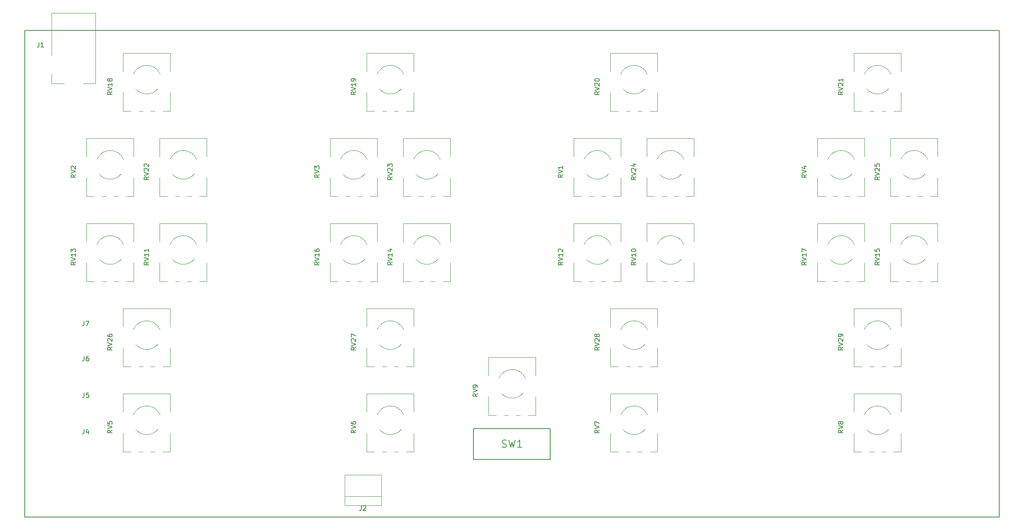
<source format=gbr>
%TF.GenerationSoftware,KiCad,Pcbnew,4.0.7*%
%TF.CreationDate,2019-01-17T01:04:15-05:00*%
%TF.ProjectId,synth_psoc,73796E74685F70736F632E6B69636164,rev?*%
%TF.FileFunction,Legend,Top*%
%FSLAX46Y46*%
G04 Gerber Fmt 4.6, Leading zero omitted, Abs format (unit mm)*
G04 Created by KiCad (PCBNEW 4.0.7) date 01/17/19 01:04:15*
%MOMM*%
%LPD*%
G01*
G04 APERTURE LIST*
%ADD10C,0.150000*%
%ADD11C,0.120000*%
%ADD12C,0.127000*%
G04 APERTURE END LIST*
D10*
X203200000Y0D02*
X101600000Y0D01*
X203200000Y-101600000D02*
X203200000Y0D01*
X101600000Y-101600000D02*
X203200000Y-101600000D01*
X101600000Y0D02*
X0Y0D01*
X0Y-101600000D02*
X101600000Y-101600000D01*
X0Y0D02*
X0Y-101600000D01*
D11*
X5560000Y-5160000D02*
X5560000Y3640000D01*
X5560000Y3640000D02*
X14760000Y3640000D01*
X8260000Y-11060000D02*
X5560000Y-11060000D01*
X5560000Y-11060000D02*
X5560000Y-9160000D01*
X14760000Y3640000D02*
X14760000Y-11060000D01*
X14760000Y-11060000D02*
X12160000Y-11060000D01*
X74350000Y-99170000D02*
X74350000Y-92830000D01*
X66730000Y-99170000D02*
X66730000Y-92830000D01*
X66730000Y-97270000D02*
X74350000Y-97270000D01*
X74350000Y-99170000D02*
X66730000Y-99170000D01*
X66730000Y-92830000D02*
X74350000Y-92830000D01*
X116657568Y-26888018D02*
G75*
G02X122182000Y-26887000I2762432J-1171982D01*
G01*
X121717753Y-29988295D02*
G75*
G02X117122000Y-29988000I-2297753J1928295D01*
G01*
X114510000Y-34620000D02*
X114510000Y-30754000D01*
X114510000Y-26365000D02*
X114510000Y-22500000D01*
X124330000Y-34620000D02*
X124330000Y-30754000D01*
X124330000Y-26365000D02*
X124330000Y-22500000D01*
X114510000Y-34620000D02*
X116095000Y-34620000D01*
X117745000Y-34620000D02*
X118595000Y-34620000D01*
X120245000Y-34620000D02*
X121095000Y-34620000D01*
X122745000Y-34620000D02*
X124330000Y-34620000D01*
X114510000Y-22500000D02*
X124330000Y-22500000D01*
X15057568Y-26888018D02*
G75*
G02X20582000Y-26887000I2762432J-1171982D01*
G01*
X20117753Y-29988295D02*
G75*
G02X15522000Y-29988000I-2297753J1928295D01*
G01*
X12910000Y-34620000D02*
X12910000Y-30754000D01*
X12910000Y-26365000D02*
X12910000Y-22500000D01*
X22730000Y-34620000D02*
X22730000Y-30754000D01*
X22730000Y-26365000D02*
X22730000Y-22500000D01*
X12910000Y-34620000D02*
X14495000Y-34620000D01*
X16145000Y-34620000D02*
X16995000Y-34620000D01*
X18645000Y-34620000D02*
X19495000Y-34620000D01*
X21145000Y-34620000D02*
X22730000Y-34620000D01*
X12910000Y-22500000D02*
X22730000Y-22500000D01*
X65857568Y-26888018D02*
G75*
G02X71382000Y-26887000I2762432J-1171982D01*
G01*
X70917753Y-29988295D02*
G75*
G02X66322000Y-29988000I-2297753J1928295D01*
G01*
X63710000Y-34620000D02*
X63710000Y-30754000D01*
X63710000Y-26365000D02*
X63710000Y-22500000D01*
X73530000Y-34620000D02*
X73530000Y-30754000D01*
X73530000Y-26365000D02*
X73530000Y-22500000D01*
X63710000Y-34620000D02*
X65295000Y-34620000D01*
X66945000Y-34620000D02*
X67795000Y-34620000D01*
X69445000Y-34620000D02*
X70295000Y-34620000D01*
X71945000Y-34620000D02*
X73530000Y-34620000D01*
X63710000Y-22500000D02*
X73530000Y-22500000D01*
X167457568Y-26888018D02*
G75*
G02X172982000Y-26887000I2762432J-1171982D01*
G01*
X172517753Y-29988295D02*
G75*
G02X167922000Y-29988000I-2297753J1928295D01*
G01*
X165310000Y-34620000D02*
X165310000Y-30754000D01*
X165310000Y-26365000D02*
X165310000Y-22500000D01*
X175130000Y-34620000D02*
X175130000Y-30754000D01*
X175130000Y-26365000D02*
X175130000Y-22500000D01*
X165310000Y-34620000D02*
X166895000Y-34620000D01*
X168545000Y-34620000D02*
X169395000Y-34620000D01*
X171045000Y-34620000D02*
X171895000Y-34620000D01*
X173545000Y-34620000D02*
X175130000Y-34620000D01*
X165310000Y-22500000D02*
X175130000Y-22500000D01*
X22677568Y-80228018D02*
G75*
G02X28202000Y-80227000I2762432J-1171982D01*
G01*
X27737753Y-83328295D02*
G75*
G02X23142000Y-83328000I-2297753J1928295D01*
G01*
X20530000Y-87960000D02*
X20530000Y-84094000D01*
X20530000Y-79705000D02*
X20530000Y-75840000D01*
X30350000Y-87960000D02*
X30350000Y-84094000D01*
X30350000Y-79705000D02*
X30350000Y-75840000D01*
X20530000Y-87960000D02*
X22115000Y-87960000D01*
X23765000Y-87960000D02*
X24615000Y-87960000D01*
X26265000Y-87960000D02*
X27115000Y-87960000D01*
X28765000Y-87960000D02*
X30350000Y-87960000D01*
X20530000Y-75840000D02*
X30350000Y-75840000D01*
X73477568Y-80228018D02*
G75*
G02X79002000Y-80227000I2762432J-1171982D01*
G01*
X78537753Y-83328295D02*
G75*
G02X73942000Y-83328000I-2297753J1928295D01*
G01*
X71330000Y-87960000D02*
X71330000Y-84094000D01*
X71330000Y-79705000D02*
X71330000Y-75840000D01*
X81150000Y-87960000D02*
X81150000Y-84094000D01*
X81150000Y-79705000D02*
X81150000Y-75840000D01*
X71330000Y-87960000D02*
X72915000Y-87960000D01*
X74565000Y-87960000D02*
X75415000Y-87960000D01*
X77065000Y-87960000D02*
X77915000Y-87960000D01*
X79565000Y-87960000D02*
X81150000Y-87960000D01*
X71330000Y-75840000D02*
X81150000Y-75840000D01*
X124277568Y-80228018D02*
G75*
G02X129802000Y-80227000I2762432J-1171982D01*
G01*
X129337753Y-83328295D02*
G75*
G02X124742000Y-83328000I-2297753J1928295D01*
G01*
X122130000Y-87960000D02*
X122130000Y-84094000D01*
X122130000Y-79705000D02*
X122130000Y-75840000D01*
X131950000Y-87960000D02*
X131950000Y-84094000D01*
X131950000Y-79705000D02*
X131950000Y-75840000D01*
X122130000Y-87960000D02*
X123715000Y-87960000D01*
X125365000Y-87960000D02*
X126215000Y-87960000D01*
X127865000Y-87960000D02*
X128715000Y-87960000D01*
X130365000Y-87960000D02*
X131950000Y-87960000D01*
X122130000Y-75840000D02*
X131950000Y-75840000D01*
X175077568Y-80228018D02*
G75*
G02X180602000Y-80227000I2762432J-1171982D01*
G01*
X180137753Y-83328295D02*
G75*
G02X175542000Y-83328000I-2297753J1928295D01*
G01*
X172930000Y-87960000D02*
X172930000Y-84094000D01*
X172930000Y-79705000D02*
X172930000Y-75840000D01*
X182750000Y-87960000D02*
X182750000Y-84094000D01*
X182750000Y-79705000D02*
X182750000Y-75840000D01*
X172930000Y-87960000D02*
X174515000Y-87960000D01*
X176165000Y-87960000D02*
X177015000Y-87960000D01*
X178665000Y-87960000D02*
X179515000Y-87960000D01*
X181165000Y-87960000D02*
X182750000Y-87960000D01*
X172930000Y-75840000D02*
X182750000Y-75840000D01*
X98877568Y-72608018D02*
G75*
G02X104402000Y-72607000I2762432J-1171982D01*
G01*
X103937753Y-75708295D02*
G75*
G02X99342000Y-75708000I-2297753J1928295D01*
G01*
X96730000Y-80340000D02*
X96730000Y-76474000D01*
X96730000Y-72085000D02*
X96730000Y-68220000D01*
X106550000Y-80340000D02*
X106550000Y-76474000D01*
X106550000Y-72085000D02*
X106550000Y-68220000D01*
X96730000Y-80340000D02*
X98315000Y-80340000D01*
X99965000Y-80340000D02*
X100815000Y-80340000D01*
X102465000Y-80340000D02*
X103315000Y-80340000D01*
X104965000Y-80340000D02*
X106550000Y-80340000D01*
X96730000Y-68220000D02*
X106550000Y-68220000D01*
X131897568Y-44668018D02*
G75*
G02X137422000Y-44667000I2762432J-1171982D01*
G01*
X136957753Y-47768295D02*
G75*
G02X132362000Y-47768000I-2297753J1928295D01*
G01*
X129750000Y-52400000D02*
X129750000Y-48534000D01*
X129750000Y-44145000D02*
X129750000Y-40280000D01*
X139570000Y-52400000D02*
X139570000Y-48534000D01*
X139570000Y-44145000D02*
X139570000Y-40280000D01*
X129750000Y-52400000D02*
X131335000Y-52400000D01*
X132985000Y-52400000D02*
X133835000Y-52400000D01*
X135485000Y-52400000D02*
X136335000Y-52400000D01*
X137985000Y-52400000D02*
X139570000Y-52400000D01*
X129750000Y-40280000D02*
X139570000Y-40280000D01*
X30297568Y-44668018D02*
G75*
G02X35822000Y-44667000I2762432J-1171982D01*
G01*
X35357753Y-47768295D02*
G75*
G02X30762000Y-47768000I-2297753J1928295D01*
G01*
X28150000Y-52400000D02*
X28150000Y-48534000D01*
X28150000Y-44145000D02*
X28150000Y-40280000D01*
X37970000Y-52400000D02*
X37970000Y-48534000D01*
X37970000Y-44145000D02*
X37970000Y-40280000D01*
X28150000Y-52400000D02*
X29735000Y-52400000D01*
X31385000Y-52400000D02*
X32235000Y-52400000D01*
X33885000Y-52400000D02*
X34735000Y-52400000D01*
X36385000Y-52400000D02*
X37970000Y-52400000D01*
X28150000Y-40280000D02*
X37970000Y-40280000D01*
X116657568Y-44668018D02*
G75*
G02X122182000Y-44667000I2762432J-1171982D01*
G01*
X121717753Y-47768295D02*
G75*
G02X117122000Y-47768000I-2297753J1928295D01*
G01*
X114510000Y-52400000D02*
X114510000Y-48534000D01*
X114510000Y-44145000D02*
X114510000Y-40280000D01*
X124330000Y-52400000D02*
X124330000Y-48534000D01*
X124330000Y-44145000D02*
X124330000Y-40280000D01*
X114510000Y-52400000D02*
X116095000Y-52400000D01*
X117745000Y-52400000D02*
X118595000Y-52400000D01*
X120245000Y-52400000D02*
X121095000Y-52400000D01*
X122745000Y-52400000D02*
X124330000Y-52400000D01*
X114510000Y-40280000D02*
X124330000Y-40280000D01*
X15057568Y-44668018D02*
G75*
G02X20582000Y-44667000I2762432J-1171982D01*
G01*
X20117753Y-47768295D02*
G75*
G02X15522000Y-47768000I-2297753J1928295D01*
G01*
X12910000Y-52400000D02*
X12910000Y-48534000D01*
X12910000Y-44145000D02*
X12910000Y-40280000D01*
X22730000Y-52400000D02*
X22730000Y-48534000D01*
X22730000Y-44145000D02*
X22730000Y-40280000D01*
X12910000Y-52400000D02*
X14495000Y-52400000D01*
X16145000Y-52400000D02*
X16995000Y-52400000D01*
X18645000Y-52400000D02*
X19495000Y-52400000D01*
X21145000Y-52400000D02*
X22730000Y-52400000D01*
X12910000Y-40280000D02*
X22730000Y-40280000D01*
X81097568Y-44668018D02*
G75*
G02X86622000Y-44667000I2762432J-1171982D01*
G01*
X86157753Y-47768295D02*
G75*
G02X81562000Y-47768000I-2297753J1928295D01*
G01*
X78950000Y-52400000D02*
X78950000Y-48534000D01*
X78950000Y-44145000D02*
X78950000Y-40280000D01*
X88770000Y-52400000D02*
X88770000Y-48534000D01*
X88770000Y-44145000D02*
X88770000Y-40280000D01*
X78950000Y-52400000D02*
X80535000Y-52400000D01*
X82185000Y-52400000D02*
X83035000Y-52400000D01*
X84685000Y-52400000D02*
X85535000Y-52400000D01*
X87185000Y-52400000D02*
X88770000Y-52400000D01*
X78950000Y-40280000D02*
X88770000Y-40280000D01*
X182697568Y-44668018D02*
G75*
G02X188222000Y-44667000I2762432J-1171982D01*
G01*
X187757753Y-47768295D02*
G75*
G02X183162000Y-47768000I-2297753J1928295D01*
G01*
X180550000Y-52400000D02*
X180550000Y-48534000D01*
X180550000Y-44145000D02*
X180550000Y-40280000D01*
X190370000Y-52400000D02*
X190370000Y-48534000D01*
X190370000Y-44145000D02*
X190370000Y-40280000D01*
X180550000Y-52400000D02*
X182135000Y-52400000D01*
X183785000Y-52400000D02*
X184635000Y-52400000D01*
X186285000Y-52400000D02*
X187135000Y-52400000D01*
X188785000Y-52400000D02*
X190370000Y-52400000D01*
X180550000Y-40280000D02*
X190370000Y-40280000D01*
X65857568Y-44668018D02*
G75*
G02X71382000Y-44667000I2762432J-1171982D01*
G01*
X70917753Y-47768295D02*
G75*
G02X66322000Y-47768000I-2297753J1928295D01*
G01*
X63710000Y-52400000D02*
X63710000Y-48534000D01*
X63710000Y-44145000D02*
X63710000Y-40280000D01*
X73530000Y-52400000D02*
X73530000Y-48534000D01*
X73530000Y-44145000D02*
X73530000Y-40280000D01*
X63710000Y-52400000D02*
X65295000Y-52400000D01*
X66945000Y-52400000D02*
X67795000Y-52400000D01*
X69445000Y-52400000D02*
X70295000Y-52400000D01*
X71945000Y-52400000D02*
X73530000Y-52400000D01*
X63710000Y-40280000D02*
X73530000Y-40280000D01*
X167457568Y-44668018D02*
G75*
G02X172982000Y-44667000I2762432J-1171982D01*
G01*
X172517753Y-47768295D02*
G75*
G02X167922000Y-47768000I-2297753J1928295D01*
G01*
X165310000Y-52400000D02*
X165310000Y-48534000D01*
X165310000Y-44145000D02*
X165310000Y-40280000D01*
X175130000Y-52400000D02*
X175130000Y-48534000D01*
X175130000Y-44145000D02*
X175130000Y-40280000D01*
X165310000Y-52400000D02*
X166895000Y-52400000D01*
X168545000Y-52400000D02*
X169395000Y-52400000D01*
X171045000Y-52400000D02*
X171895000Y-52400000D01*
X173545000Y-52400000D02*
X175130000Y-52400000D01*
X165310000Y-40280000D02*
X175130000Y-40280000D01*
X22677568Y-9108018D02*
G75*
G02X28202000Y-9107000I2762432J-1171982D01*
G01*
X27737753Y-12208295D02*
G75*
G02X23142000Y-12208000I-2297753J1928295D01*
G01*
X20530000Y-16840000D02*
X20530000Y-12974000D01*
X20530000Y-8585000D02*
X20530000Y-4720000D01*
X30350000Y-16840000D02*
X30350000Y-12974000D01*
X30350000Y-8585000D02*
X30350000Y-4720000D01*
X20530000Y-16840000D02*
X22115000Y-16840000D01*
X23765000Y-16840000D02*
X24615000Y-16840000D01*
X26265000Y-16840000D02*
X27115000Y-16840000D01*
X28765000Y-16840000D02*
X30350000Y-16840000D01*
X20530000Y-4720000D02*
X30350000Y-4720000D01*
X73477568Y-9108018D02*
G75*
G02X79002000Y-9107000I2762432J-1171982D01*
G01*
X78537753Y-12208295D02*
G75*
G02X73942000Y-12208000I-2297753J1928295D01*
G01*
X71330000Y-16840000D02*
X71330000Y-12974000D01*
X71330000Y-8585000D02*
X71330000Y-4720000D01*
X81150000Y-16840000D02*
X81150000Y-12974000D01*
X81150000Y-8585000D02*
X81150000Y-4720000D01*
X71330000Y-16840000D02*
X72915000Y-16840000D01*
X74565000Y-16840000D02*
X75415000Y-16840000D01*
X77065000Y-16840000D02*
X77915000Y-16840000D01*
X79565000Y-16840000D02*
X81150000Y-16840000D01*
X71330000Y-4720000D02*
X81150000Y-4720000D01*
X124277568Y-9108018D02*
G75*
G02X129802000Y-9107000I2762432J-1171982D01*
G01*
X129337753Y-12208295D02*
G75*
G02X124742000Y-12208000I-2297753J1928295D01*
G01*
X122130000Y-16840000D02*
X122130000Y-12974000D01*
X122130000Y-8585000D02*
X122130000Y-4720000D01*
X131950000Y-16840000D02*
X131950000Y-12974000D01*
X131950000Y-8585000D02*
X131950000Y-4720000D01*
X122130000Y-16840000D02*
X123715000Y-16840000D01*
X125365000Y-16840000D02*
X126215000Y-16840000D01*
X127865000Y-16840000D02*
X128715000Y-16840000D01*
X130365000Y-16840000D02*
X131950000Y-16840000D01*
X122130000Y-4720000D02*
X131950000Y-4720000D01*
X175077568Y-9108018D02*
G75*
G02X180602000Y-9107000I2762432J-1171982D01*
G01*
X180137753Y-12208295D02*
G75*
G02X175542000Y-12208000I-2297753J1928295D01*
G01*
X172930000Y-16840000D02*
X172930000Y-12974000D01*
X172930000Y-8585000D02*
X172930000Y-4720000D01*
X182750000Y-16840000D02*
X182750000Y-12974000D01*
X182750000Y-8585000D02*
X182750000Y-4720000D01*
X172930000Y-16840000D02*
X174515000Y-16840000D01*
X176165000Y-16840000D02*
X177015000Y-16840000D01*
X178665000Y-16840000D02*
X179515000Y-16840000D01*
X181165000Y-16840000D02*
X182750000Y-16840000D01*
X172930000Y-4720000D02*
X182750000Y-4720000D01*
X30297568Y-26888018D02*
G75*
G02X35822000Y-26887000I2762432J-1171982D01*
G01*
X35357753Y-29988295D02*
G75*
G02X30762000Y-29988000I-2297753J1928295D01*
G01*
X28150000Y-34620000D02*
X28150000Y-30754000D01*
X28150000Y-26365000D02*
X28150000Y-22500000D01*
X37970000Y-34620000D02*
X37970000Y-30754000D01*
X37970000Y-26365000D02*
X37970000Y-22500000D01*
X28150000Y-34620000D02*
X29735000Y-34620000D01*
X31385000Y-34620000D02*
X32235000Y-34620000D01*
X33885000Y-34620000D02*
X34735000Y-34620000D01*
X36385000Y-34620000D02*
X37970000Y-34620000D01*
X28150000Y-22500000D02*
X37970000Y-22500000D01*
X81097568Y-26888018D02*
G75*
G02X86622000Y-26887000I2762432J-1171982D01*
G01*
X86157753Y-29988295D02*
G75*
G02X81562000Y-29988000I-2297753J1928295D01*
G01*
X78950000Y-34620000D02*
X78950000Y-30754000D01*
X78950000Y-26365000D02*
X78950000Y-22500000D01*
X88770000Y-34620000D02*
X88770000Y-30754000D01*
X88770000Y-26365000D02*
X88770000Y-22500000D01*
X78950000Y-34620000D02*
X80535000Y-34620000D01*
X82185000Y-34620000D02*
X83035000Y-34620000D01*
X84685000Y-34620000D02*
X85535000Y-34620000D01*
X87185000Y-34620000D02*
X88770000Y-34620000D01*
X78950000Y-22500000D02*
X88770000Y-22500000D01*
X131897568Y-26888018D02*
G75*
G02X137422000Y-26887000I2762432J-1171982D01*
G01*
X136957753Y-29988295D02*
G75*
G02X132362000Y-29988000I-2297753J1928295D01*
G01*
X129750000Y-34620000D02*
X129750000Y-30754000D01*
X129750000Y-26365000D02*
X129750000Y-22500000D01*
X139570000Y-34620000D02*
X139570000Y-30754000D01*
X139570000Y-26365000D02*
X139570000Y-22500000D01*
X129750000Y-34620000D02*
X131335000Y-34620000D01*
X132985000Y-34620000D02*
X133835000Y-34620000D01*
X135485000Y-34620000D02*
X136335000Y-34620000D01*
X137985000Y-34620000D02*
X139570000Y-34620000D01*
X129750000Y-22500000D02*
X139570000Y-22500000D01*
X182697568Y-26888018D02*
G75*
G02X188222000Y-26887000I2762432J-1171982D01*
G01*
X187757753Y-29988295D02*
G75*
G02X183162000Y-29988000I-2297753J1928295D01*
G01*
X180550000Y-34620000D02*
X180550000Y-30754000D01*
X180550000Y-26365000D02*
X180550000Y-22500000D01*
X190370000Y-34620000D02*
X190370000Y-30754000D01*
X190370000Y-26365000D02*
X190370000Y-22500000D01*
X180550000Y-34620000D02*
X182135000Y-34620000D01*
X183785000Y-34620000D02*
X184635000Y-34620000D01*
X186285000Y-34620000D02*
X187135000Y-34620000D01*
X188785000Y-34620000D02*
X190370000Y-34620000D01*
X180550000Y-22500000D02*
X190370000Y-22500000D01*
X22677568Y-62448018D02*
G75*
G02X28202000Y-62447000I2762432J-1171982D01*
G01*
X27737753Y-65548295D02*
G75*
G02X23142000Y-65548000I-2297753J1928295D01*
G01*
X20530000Y-70180000D02*
X20530000Y-66314000D01*
X20530000Y-61925000D02*
X20530000Y-58060000D01*
X30350000Y-70180000D02*
X30350000Y-66314000D01*
X30350000Y-61925000D02*
X30350000Y-58060000D01*
X20530000Y-70180000D02*
X22115000Y-70180000D01*
X23765000Y-70180000D02*
X24615000Y-70180000D01*
X26265000Y-70180000D02*
X27115000Y-70180000D01*
X28765000Y-70180000D02*
X30350000Y-70180000D01*
X20530000Y-58060000D02*
X30350000Y-58060000D01*
X73477568Y-62448018D02*
G75*
G02X79002000Y-62447000I2762432J-1171982D01*
G01*
X78537753Y-65548295D02*
G75*
G02X73942000Y-65548000I-2297753J1928295D01*
G01*
X71330000Y-70180000D02*
X71330000Y-66314000D01*
X71330000Y-61925000D02*
X71330000Y-58060000D01*
X81150000Y-70180000D02*
X81150000Y-66314000D01*
X81150000Y-61925000D02*
X81150000Y-58060000D01*
X71330000Y-70180000D02*
X72915000Y-70180000D01*
X74565000Y-70180000D02*
X75415000Y-70180000D01*
X77065000Y-70180000D02*
X77915000Y-70180000D01*
X79565000Y-70180000D02*
X81150000Y-70180000D01*
X71330000Y-58060000D02*
X81150000Y-58060000D01*
X124277568Y-62448018D02*
G75*
G02X129802000Y-62447000I2762432J-1171982D01*
G01*
X129337753Y-65548295D02*
G75*
G02X124742000Y-65548000I-2297753J1928295D01*
G01*
X122130000Y-70180000D02*
X122130000Y-66314000D01*
X122130000Y-61925000D02*
X122130000Y-58060000D01*
X131950000Y-70180000D02*
X131950000Y-66314000D01*
X131950000Y-61925000D02*
X131950000Y-58060000D01*
X122130000Y-70180000D02*
X123715000Y-70180000D01*
X125365000Y-70180000D02*
X126215000Y-70180000D01*
X127865000Y-70180000D02*
X128715000Y-70180000D01*
X130365000Y-70180000D02*
X131950000Y-70180000D01*
X122130000Y-58060000D02*
X131950000Y-58060000D01*
X175077568Y-62448018D02*
G75*
G02X180602000Y-62447000I2762432J-1171982D01*
G01*
X180137753Y-65548295D02*
G75*
G02X175542000Y-65548000I-2297753J1928295D01*
G01*
X172930000Y-70180000D02*
X172930000Y-66314000D01*
X172930000Y-61925000D02*
X172930000Y-58060000D01*
X182750000Y-70180000D02*
X182750000Y-66314000D01*
X182750000Y-61925000D02*
X182750000Y-58060000D01*
X172930000Y-70180000D02*
X174515000Y-70180000D01*
X176165000Y-70180000D02*
X177015000Y-70180000D01*
X178665000Y-70180000D02*
X179515000Y-70180000D01*
X181165000Y-70180000D02*
X182750000Y-70180000D01*
X172930000Y-58060000D02*
X182750000Y-58060000D01*
D12*
X109598460Y-83111340D02*
X93601540Y-83111340D01*
X93601540Y-83111340D02*
X93601540Y-89608660D01*
X93601540Y-89608660D02*
X109598460Y-89608660D01*
X109598460Y-89608660D02*
X109598460Y-83111340D01*
D10*
X2968667Y-2500381D02*
X2968667Y-3214667D01*
X2921047Y-3357524D01*
X2825809Y-3452762D01*
X2682952Y-3500381D01*
X2587714Y-3500381D01*
X3968667Y-3500381D02*
X3397238Y-3500381D01*
X3682952Y-3500381D02*
X3682952Y-2500381D01*
X3587714Y-2643238D01*
X3492476Y-2738476D01*
X3397238Y-2786095D01*
X70156667Y-99252381D02*
X70156667Y-99966667D01*
X70109047Y-100109524D01*
X70013809Y-100204762D01*
X69870952Y-100252381D01*
X69775714Y-100252381D01*
X70585238Y-99347619D02*
X70632857Y-99300000D01*
X70728095Y-99252381D01*
X70966191Y-99252381D01*
X71061429Y-99300000D01*
X71109048Y-99347619D01*
X71156667Y-99442857D01*
X71156667Y-99538095D01*
X71109048Y-99680952D01*
X70537619Y-100252381D01*
X71156667Y-100252381D01*
X112222381Y-30105238D02*
X111746190Y-30438572D01*
X112222381Y-30676667D02*
X111222381Y-30676667D01*
X111222381Y-30295714D01*
X111270000Y-30200476D01*
X111317619Y-30152857D01*
X111412857Y-30105238D01*
X111555714Y-30105238D01*
X111650952Y-30152857D01*
X111698571Y-30200476D01*
X111746190Y-30295714D01*
X111746190Y-30676667D01*
X111222381Y-29819524D02*
X112222381Y-29486191D01*
X111222381Y-29152857D01*
X112222381Y-28295714D02*
X112222381Y-28867143D01*
X112222381Y-28581429D02*
X111222381Y-28581429D01*
X111365238Y-28676667D01*
X111460476Y-28771905D01*
X111508095Y-28867143D01*
X10622381Y-30105238D02*
X10146190Y-30438572D01*
X10622381Y-30676667D02*
X9622381Y-30676667D01*
X9622381Y-30295714D01*
X9670000Y-30200476D01*
X9717619Y-30152857D01*
X9812857Y-30105238D01*
X9955714Y-30105238D01*
X10050952Y-30152857D01*
X10098571Y-30200476D01*
X10146190Y-30295714D01*
X10146190Y-30676667D01*
X9622381Y-29819524D02*
X10622381Y-29486191D01*
X9622381Y-29152857D01*
X9717619Y-28867143D02*
X9670000Y-28819524D01*
X9622381Y-28724286D01*
X9622381Y-28486190D01*
X9670000Y-28390952D01*
X9717619Y-28343333D01*
X9812857Y-28295714D01*
X9908095Y-28295714D01*
X10050952Y-28343333D01*
X10622381Y-28914762D01*
X10622381Y-28295714D01*
X61422381Y-30105238D02*
X60946190Y-30438572D01*
X61422381Y-30676667D02*
X60422381Y-30676667D01*
X60422381Y-30295714D01*
X60470000Y-30200476D01*
X60517619Y-30152857D01*
X60612857Y-30105238D01*
X60755714Y-30105238D01*
X60850952Y-30152857D01*
X60898571Y-30200476D01*
X60946190Y-30295714D01*
X60946190Y-30676667D01*
X60422381Y-29819524D02*
X61422381Y-29486191D01*
X60422381Y-29152857D01*
X60422381Y-28914762D02*
X60422381Y-28295714D01*
X60803333Y-28629048D01*
X60803333Y-28486190D01*
X60850952Y-28390952D01*
X60898571Y-28343333D01*
X60993810Y-28295714D01*
X61231905Y-28295714D01*
X61327143Y-28343333D01*
X61374762Y-28390952D01*
X61422381Y-28486190D01*
X61422381Y-28771905D01*
X61374762Y-28867143D01*
X61327143Y-28914762D01*
X163022381Y-30105238D02*
X162546190Y-30438572D01*
X163022381Y-30676667D02*
X162022381Y-30676667D01*
X162022381Y-30295714D01*
X162070000Y-30200476D01*
X162117619Y-30152857D01*
X162212857Y-30105238D01*
X162355714Y-30105238D01*
X162450952Y-30152857D01*
X162498571Y-30200476D01*
X162546190Y-30295714D01*
X162546190Y-30676667D01*
X162022381Y-29819524D02*
X163022381Y-29486191D01*
X162022381Y-29152857D01*
X162355714Y-28390952D02*
X163022381Y-28390952D01*
X161974762Y-28629048D02*
X162689048Y-28867143D01*
X162689048Y-28248095D01*
X18242381Y-83445238D02*
X17766190Y-83778572D01*
X18242381Y-84016667D02*
X17242381Y-84016667D01*
X17242381Y-83635714D01*
X17290000Y-83540476D01*
X17337619Y-83492857D01*
X17432857Y-83445238D01*
X17575714Y-83445238D01*
X17670952Y-83492857D01*
X17718571Y-83540476D01*
X17766190Y-83635714D01*
X17766190Y-84016667D01*
X17242381Y-83159524D02*
X18242381Y-82826191D01*
X17242381Y-82492857D01*
X17242381Y-81683333D02*
X17242381Y-82159524D01*
X17718571Y-82207143D01*
X17670952Y-82159524D01*
X17623333Y-82064286D01*
X17623333Y-81826190D01*
X17670952Y-81730952D01*
X17718571Y-81683333D01*
X17813810Y-81635714D01*
X18051905Y-81635714D01*
X18147143Y-81683333D01*
X18194762Y-81730952D01*
X18242381Y-81826190D01*
X18242381Y-82064286D01*
X18194762Y-82159524D01*
X18147143Y-82207143D01*
X69042381Y-83445238D02*
X68566190Y-83778572D01*
X69042381Y-84016667D02*
X68042381Y-84016667D01*
X68042381Y-83635714D01*
X68090000Y-83540476D01*
X68137619Y-83492857D01*
X68232857Y-83445238D01*
X68375714Y-83445238D01*
X68470952Y-83492857D01*
X68518571Y-83540476D01*
X68566190Y-83635714D01*
X68566190Y-84016667D01*
X68042381Y-83159524D02*
X69042381Y-82826191D01*
X68042381Y-82492857D01*
X68042381Y-81730952D02*
X68042381Y-81921429D01*
X68090000Y-82016667D01*
X68137619Y-82064286D01*
X68280476Y-82159524D01*
X68470952Y-82207143D01*
X68851905Y-82207143D01*
X68947143Y-82159524D01*
X68994762Y-82111905D01*
X69042381Y-82016667D01*
X69042381Y-81826190D01*
X68994762Y-81730952D01*
X68947143Y-81683333D01*
X68851905Y-81635714D01*
X68613810Y-81635714D01*
X68518571Y-81683333D01*
X68470952Y-81730952D01*
X68423333Y-81826190D01*
X68423333Y-82016667D01*
X68470952Y-82111905D01*
X68518571Y-82159524D01*
X68613810Y-82207143D01*
X119842381Y-83445238D02*
X119366190Y-83778572D01*
X119842381Y-84016667D02*
X118842381Y-84016667D01*
X118842381Y-83635714D01*
X118890000Y-83540476D01*
X118937619Y-83492857D01*
X119032857Y-83445238D01*
X119175714Y-83445238D01*
X119270952Y-83492857D01*
X119318571Y-83540476D01*
X119366190Y-83635714D01*
X119366190Y-84016667D01*
X118842381Y-83159524D02*
X119842381Y-82826191D01*
X118842381Y-82492857D01*
X118842381Y-82254762D02*
X118842381Y-81588095D01*
X119842381Y-82016667D01*
X170642381Y-83445238D02*
X170166190Y-83778572D01*
X170642381Y-84016667D02*
X169642381Y-84016667D01*
X169642381Y-83635714D01*
X169690000Y-83540476D01*
X169737619Y-83492857D01*
X169832857Y-83445238D01*
X169975714Y-83445238D01*
X170070952Y-83492857D01*
X170118571Y-83540476D01*
X170166190Y-83635714D01*
X170166190Y-84016667D01*
X169642381Y-83159524D02*
X170642381Y-82826191D01*
X169642381Y-82492857D01*
X170070952Y-82016667D02*
X170023333Y-82111905D01*
X169975714Y-82159524D01*
X169880476Y-82207143D01*
X169832857Y-82207143D01*
X169737619Y-82159524D01*
X169690000Y-82111905D01*
X169642381Y-82016667D01*
X169642381Y-81826190D01*
X169690000Y-81730952D01*
X169737619Y-81683333D01*
X169832857Y-81635714D01*
X169880476Y-81635714D01*
X169975714Y-81683333D01*
X170023333Y-81730952D01*
X170070952Y-81826190D01*
X170070952Y-82016667D01*
X170118571Y-82111905D01*
X170166190Y-82159524D01*
X170261429Y-82207143D01*
X170451905Y-82207143D01*
X170547143Y-82159524D01*
X170594762Y-82111905D01*
X170642381Y-82016667D01*
X170642381Y-81826190D01*
X170594762Y-81730952D01*
X170547143Y-81683333D01*
X170451905Y-81635714D01*
X170261429Y-81635714D01*
X170166190Y-81683333D01*
X170118571Y-81730952D01*
X170070952Y-81826190D01*
X94442381Y-75825238D02*
X93966190Y-76158572D01*
X94442381Y-76396667D02*
X93442381Y-76396667D01*
X93442381Y-76015714D01*
X93490000Y-75920476D01*
X93537619Y-75872857D01*
X93632857Y-75825238D01*
X93775714Y-75825238D01*
X93870952Y-75872857D01*
X93918571Y-75920476D01*
X93966190Y-76015714D01*
X93966190Y-76396667D01*
X93442381Y-75539524D02*
X94442381Y-75206191D01*
X93442381Y-74872857D01*
X94442381Y-74491905D02*
X94442381Y-74301429D01*
X94394762Y-74206190D01*
X94347143Y-74158571D01*
X94204286Y-74063333D01*
X94013810Y-74015714D01*
X93632857Y-74015714D01*
X93537619Y-74063333D01*
X93490000Y-74110952D01*
X93442381Y-74206190D01*
X93442381Y-74396667D01*
X93490000Y-74491905D01*
X93537619Y-74539524D01*
X93632857Y-74587143D01*
X93870952Y-74587143D01*
X93966190Y-74539524D01*
X94013810Y-74491905D01*
X94061429Y-74396667D01*
X94061429Y-74206190D01*
X94013810Y-74110952D01*
X93966190Y-74063333D01*
X93870952Y-74015714D01*
X127462381Y-48361428D02*
X126986190Y-48694762D01*
X127462381Y-48932857D02*
X126462381Y-48932857D01*
X126462381Y-48551904D01*
X126510000Y-48456666D01*
X126557619Y-48409047D01*
X126652857Y-48361428D01*
X126795714Y-48361428D01*
X126890952Y-48409047D01*
X126938571Y-48456666D01*
X126986190Y-48551904D01*
X126986190Y-48932857D01*
X126462381Y-48075714D02*
X127462381Y-47742381D01*
X126462381Y-47409047D01*
X127462381Y-46551904D02*
X127462381Y-47123333D01*
X127462381Y-46837619D02*
X126462381Y-46837619D01*
X126605238Y-46932857D01*
X126700476Y-47028095D01*
X126748095Y-47123333D01*
X126462381Y-45932857D02*
X126462381Y-45837618D01*
X126510000Y-45742380D01*
X126557619Y-45694761D01*
X126652857Y-45647142D01*
X126843333Y-45599523D01*
X127081429Y-45599523D01*
X127271905Y-45647142D01*
X127367143Y-45694761D01*
X127414762Y-45742380D01*
X127462381Y-45837618D01*
X127462381Y-45932857D01*
X127414762Y-46028095D01*
X127367143Y-46075714D01*
X127271905Y-46123333D01*
X127081429Y-46170952D01*
X126843333Y-46170952D01*
X126652857Y-46123333D01*
X126557619Y-46075714D01*
X126510000Y-46028095D01*
X126462381Y-45932857D01*
X25862381Y-48361428D02*
X25386190Y-48694762D01*
X25862381Y-48932857D02*
X24862381Y-48932857D01*
X24862381Y-48551904D01*
X24910000Y-48456666D01*
X24957619Y-48409047D01*
X25052857Y-48361428D01*
X25195714Y-48361428D01*
X25290952Y-48409047D01*
X25338571Y-48456666D01*
X25386190Y-48551904D01*
X25386190Y-48932857D01*
X24862381Y-48075714D02*
X25862381Y-47742381D01*
X24862381Y-47409047D01*
X25862381Y-46551904D02*
X25862381Y-47123333D01*
X25862381Y-46837619D02*
X24862381Y-46837619D01*
X25005238Y-46932857D01*
X25100476Y-47028095D01*
X25148095Y-47123333D01*
X25862381Y-45599523D02*
X25862381Y-46170952D01*
X25862381Y-45885238D02*
X24862381Y-45885238D01*
X25005238Y-45980476D01*
X25100476Y-46075714D01*
X25148095Y-46170952D01*
X112222381Y-48361428D02*
X111746190Y-48694762D01*
X112222381Y-48932857D02*
X111222381Y-48932857D01*
X111222381Y-48551904D01*
X111270000Y-48456666D01*
X111317619Y-48409047D01*
X111412857Y-48361428D01*
X111555714Y-48361428D01*
X111650952Y-48409047D01*
X111698571Y-48456666D01*
X111746190Y-48551904D01*
X111746190Y-48932857D01*
X111222381Y-48075714D02*
X112222381Y-47742381D01*
X111222381Y-47409047D01*
X112222381Y-46551904D02*
X112222381Y-47123333D01*
X112222381Y-46837619D02*
X111222381Y-46837619D01*
X111365238Y-46932857D01*
X111460476Y-47028095D01*
X111508095Y-47123333D01*
X111317619Y-46170952D02*
X111270000Y-46123333D01*
X111222381Y-46028095D01*
X111222381Y-45789999D01*
X111270000Y-45694761D01*
X111317619Y-45647142D01*
X111412857Y-45599523D01*
X111508095Y-45599523D01*
X111650952Y-45647142D01*
X112222381Y-46218571D01*
X112222381Y-45599523D01*
X10622381Y-48361428D02*
X10146190Y-48694762D01*
X10622381Y-48932857D02*
X9622381Y-48932857D01*
X9622381Y-48551904D01*
X9670000Y-48456666D01*
X9717619Y-48409047D01*
X9812857Y-48361428D01*
X9955714Y-48361428D01*
X10050952Y-48409047D01*
X10098571Y-48456666D01*
X10146190Y-48551904D01*
X10146190Y-48932857D01*
X9622381Y-48075714D02*
X10622381Y-47742381D01*
X9622381Y-47409047D01*
X10622381Y-46551904D02*
X10622381Y-47123333D01*
X10622381Y-46837619D02*
X9622381Y-46837619D01*
X9765238Y-46932857D01*
X9860476Y-47028095D01*
X9908095Y-47123333D01*
X9622381Y-46218571D02*
X9622381Y-45599523D01*
X10003333Y-45932857D01*
X10003333Y-45789999D01*
X10050952Y-45694761D01*
X10098571Y-45647142D01*
X10193810Y-45599523D01*
X10431905Y-45599523D01*
X10527143Y-45647142D01*
X10574762Y-45694761D01*
X10622381Y-45789999D01*
X10622381Y-46075714D01*
X10574762Y-46170952D01*
X10527143Y-46218571D01*
X76662381Y-48361428D02*
X76186190Y-48694762D01*
X76662381Y-48932857D02*
X75662381Y-48932857D01*
X75662381Y-48551904D01*
X75710000Y-48456666D01*
X75757619Y-48409047D01*
X75852857Y-48361428D01*
X75995714Y-48361428D01*
X76090952Y-48409047D01*
X76138571Y-48456666D01*
X76186190Y-48551904D01*
X76186190Y-48932857D01*
X75662381Y-48075714D02*
X76662381Y-47742381D01*
X75662381Y-47409047D01*
X76662381Y-46551904D02*
X76662381Y-47123333D01*
X76662381Y-46837619D02*
X75662381Y-46837619D01*
X75805238Y-46932857D01*
X75900476Y-47028095D01*
X75948095Y-47123333D01*
X75995714Y-45694761D02*
X76662381Y-45694761D01*
X75614762Y-45932857D02*
X76329048Y-46170952D01*
X76329048Y-45551904D01*
X178262381Y-48361428D02*
X177786190Y-48694762D01*
X178262381Y-48932857D02*
X177262381Y-48932857D01*
X177262381Y-48551904D01*
X177310000Y-48456666D01*
X177357619Y-48409047D01*
X177452857Y-48361428D01*
X177595714Y-48361428D01*
X177690952Y-48409047D01*
X177738571Y-48456666D01*
X177786190Y-48551904D01*
X177786190Y-48932857D01*
X177262381Y-48075714D02*
X178262381Y-47742381D01*
X177262381Y-47409047D01*
X178262381Y-46551904D02*
X178262381Y-47123333D01*
X178262381Y-46837619D02*
X177262381Y-46837619D01*
X177405238Y-46932857D01*
X177500476Y-47028095D01*
X177548095Y-47123333D01*
X177262381Y-45647142D02*
X177262381Y-46123333D01*
X177738571Y-46170952D01*
X177690952Y-46123333D01*
X177643333Y-46028095D01*
X177643333Y-45789999D01*
X177690952Y-45694761D01*
X177738571Y-45647142D01*
X177833810Y-45599523D01*
X178071905Y-45599523D01*
X178167143Y-45647142D01*
X178214762Y-45694761D01*
X178262381Y-45789999D01*
X178262381Y-46028095D01*
X178214762Y-46123333D01*
X178167143Y-46170952D01*
X61422381Y-48361428D02*
X60946190Y-48694762D01*
X61422381Y-48932857D02*
X60422381Y-48932857D01*
X60422381Y-48551904D01*
X60470000Y-48456666D01*
X60517619Y-48409047D01*
X60612857Y-48361428D01*
X60755714Y-48361428D01*
X60850952Y-48409047D01*
X60898571Y-48456666D01*
X60946190Y-48551904D01*
X60946190Y-48932857D01*
X60422381Y-48075714D02*
X61422381Y-47742381D01*
X60422381Y-47409047D01*
X61422381Y-46551904D02*
X61422381Y-47123333D01*
X61422381Y-46837619D02*
X60422381Y-46837619D01*
X60565238Y-46932857D01*
X60660476Y-47028095D01*
X60708095Y-47123333D01*
X60422381Y-45694761D02*
X60422381Y-45885238D01*
X60470000Y-45980476D01*
X60517619Y-46028095D01*
X60660476Y-46123333D01*
X60850952Y-46170952D01*
X61231905Y-46170952D01*
X61327143Y-46123333D01*
X61374762Y-46075714D01*
X61422381Y-45980476D01*
X61422381Y-45789999D01*
X61374762Y-45694761D01*
X61327143Y-45647142D01*
X61231905Y-45599523D01*
X60993810Y-45599523D01*
X60898571Y-45647142D01*
X60850952Y-45694761D01*
X60803333Y-45789999D01*
X60803333Y-45980476D01*
X60850952Y-46075714D01*
X60898571Y-46123333D01*
X60993810Y-46170952D01*
X163022381Y-48361428D02*
X162546190Y-48694762D01*
X163022381Y-48932857D02*
X162022381Y-48932857D01*
X162022381Y-48551904D01*
X162070000Y-48456666D01*
X162117619Y-48409047D01*
X162212857Y-48361428D01*
X162355714Y-48361428D01*
X162450952Y-48409047D01*
X162498571Y-48456666D01*
X162546190Y-48551904D01*
X162546190Y-48932857D01*
X162022381Y-48075714D02*
X163022381Y-47742381D01*
X162022381Y-47409047D01*
X163022381Y-46551904D02*
X163022381Y-47123333D01*
X163022381Y-46837619D02*
X162022381Y-46837619D01*
X162165238Y-46932857D01*
X162260476Y-47028095D01*
X162308095Y-47123333D01*
X162022381Y-46218571D02*
X162022381Y-45551904D01*
X163022381Y-45980476D01*
X18242381Y-12801428D02*
X17766190Y-13134762D01*
X18242381Y-13372857D02*
X17242381Y-13372857D01*
X17242381Y-12991904D01*
X17290000Y-12896666D01*
X17337619Y-12849047D01*
X17432857Y-12801428D01*
X17575714Y-12801428D01*
X17670952Y-12849047D01*
X17718571Y-12896666D01*
X17766190Y-12991904D01*
X17766190Y-13372857D01*
X17242381Y-12515714D02*
X18242381Y-12182381D01*
X17242381Y-11849047D01*
X18242381Y-10991904D02*
X18242381Y-11563333D01*
X18242381Y-11277619D02*
X17242381Y-11277619D01*
X17385238Y-11372857D01*
X17480476Y-11468095D01*
X17528095Y-11563333D01*
X17670952Y-10420476D02*
X17623333Y-10515714D01*
X17575714Y-10563333D01*
X17480476Y-10610952D01*
X17432857Y-10610952D01*
X17337619Y-10563333D01*
X17290000Y-10515714D01*
X17242381Y-10420476D01*
X17242381Y-10229999D01*
X17290000Y-10134761D01*
X17337619Y-10087142D01*
X17432857Y-10039523D01*
X17480476Y-10039523D01*
X17575714Y-10087142D01*
X17623333Y-10134761D01*
X17670952Y-10229999D01*
X17670952Y-10420476D01*
X17718571Y-10515714D01*
X17766190Y-10563333D01*
X17861429Y-10610952D01*
X18051905Y-10610952D01*
X18147143Y-10563333D01*
X18194762Y-10515714D01*
X18242381Y-10420476D01*
X18242381Y-10229999D01*
X18194762Y-10134761D01*
X18147143Y-10087142D01*
X18051905Y-10039523D01*
X17861429Y-10039523D01*
X17766190Y-10087142D01*
X17718571Y-10134761D01*
X17670952Y-10229999D01*
X69042381Y-12801428D02*
X68566190Y-13134762D01*
X69042381Y-13372857D02*
X68042381Y-13372857D01*
X68042381Y-12991904D01*
X68090000Y-12896666D01*
X68137619Y-12849047D01*
X68232857Y-12801428D01*
X68375714Y-12801428D01*
X68470952Y-12849047D01*
X68518571Y-12896666D01*
X68566190Y-12991904D01*
X68566190Y-13372857D01*
X68042381Y-12515714D02*
X69042381Y-12182381D01*
X68042381Y-11849047D01*
X69042381Y-10991904D02*
X69042381Y-11563333D01*
X69042381Y-11277619D02*
X68042381Y-11277619D01*
X68185238Y-11372857D01*
X68280476Y-11468095D01*
X68328095Y-11563333D01*
X69042381Y-10515714D02*
X69042381Y-10325238D01*
X68994762Y-10229999D01*
X68947143Y-10182380D01*
X68804286Y-10087142D01*
X68613810Y-10039523D01*
X68232857Y-10039523D01*
X68137619Y-10087142D01*
X68090000Y-10134761D01*
X68042381Y-10229999D01*
X68042381Y-10420476D01*
X68090000Y-10515714D01*
X68137619Y-10563333D01*
X68232857Y-10610952D01*
X68470952Y-10610952D01*
X68566190Y-10563333D01*
X68613810Y-10515714D01*
X68661429Y-10420476D01*
X68661429Y-10229999D01*
X68613810Y-10134761D01*
X68566190Y-10087142D01*
X68470952Y-10039523D01*
X119842381Y-12801428D02*
X119366190Y-13134762D01*
X119842381Y-13372857D02*
X118842381Y-13372857D01*
X118842381Y-12991904D01*
X118890000Y-12896666D01*
X118937619Y-12849047D01*
X119032857Y-12801428D01*
X119175714Y-12801428D01*
X119270952Y-12849047D01*
X119318571Y-12896666D01*
X119366190Y-12991904D01*
X119366190Y-13372857D01*
X118842381Y-12515714D02*
X119842381Y-12182381D01*
X118842381Y-11849047D01*
X118937619Y-11563333D02*
X118890000Y-11515714D01*
X118842381Y-11420476D01*
X118842381Y-11182380D01*
X118890000Y-11087142D01*
X118937619Y-11039523D01*
X119032857Y-10991904D01*
X119128095Y-10991904D01*
X119270952Y-11039523D01*
X119842381Y-11610952D01*
X119842381Y-10991904D01*
X118842381Y-10372857D02*
X118842381Y-10277618D01*
X118890000Y-10182380D01*
X118937619Y-10134761D01*
X119032857Y-10087142D01*
X119223333Y-10039523D01*
X119461429Y-10039523D01*
X119651905Y-10087142D01*
X119747143Y-10134761D01*
X119794762Y-10182380D01*
X119842381Y-10277618D01*
X119842381Y-10372857D01*
X119794762Y-10468095D01*
X119747143Y-10515714D01*
X119651905Y-10563333D01*
X119461429Y-10610952D01*
X119223333Y-10610952D01*
X119032857Y-10563333D01*
X118937619Y-10515714D01*
X118890000Y-10468095D01*
X118842381Y-10372857D01*
X170642381Y-12801428D02*
X170166190Y-13134762D01*
X170642381Y-13372857D02*
X169642381Y-13372857D01*
X169642381Y-12991904D01*
X169690000Y-12896666D01*
X169737619Y-12849047D01*
X169832857Y-12801428D01*
X169975714Y-12801428D01*
X170070952Y-12849047D01*
X170118571Y-12896666D01*
X170166190Y-12991904D01*
X170166190Y-13372857D01*
X169642381Y-12515714D02*
X170642381Y-12182381D01*
X169642381Y-11849047D01*
X169737619Y-11563333D02*
X169690000Y-11515714D01*
X169642381Y-11420476D01*
X169642381Y-11182380D01*
X169690000Y-11087142D01*
X169737619Y-11039523D01*
X169832857Y-10991904D01*
X169928095Y-10991904D01*
X170070952Y-11039523D01*
X170642381Y-11610952D01*
X170642381Y-10991904D01*
X170642381Y-10039523D02*
X170642381Y-10610952D01*
X170642381Y-10325238D02*
X169642381Y-10325238D01*
X169785238Y-10420476D01*
X169880476Y-10515714D01*
X169928095Y-10610952D01*
X25862381Y-30581428D02*
X25386190Y-30914762D01*
X25862381Y-31152857D02*
X24862381Y-31152857D01*
X24862381Y-30771904D01*
X24910000Y-30676666D01*
X24957619Y-30629047D01*
X25052857Y-30581428D01*
X25195714Y-30581428D01*
X25290952Y-30629047D01*
X25338571Y-30676666D01*
X25386190Y-30771904D01*
X25386190Y-31152857D01*
X24862381Y-30295714D02*
X25862381Y-29962381D01*
X24862381Y-29629047D01*
X24957619Y-29343333D02*
X24910000Y-29295714D01*
X24862381Y-29200476D01*
X24862381Y-28962380D01*
X24910000Y-28867142D01*
X24957619Y-28819523D01*
X25052857Y-28771904D01*
X25148095Y-28771904D01*
X25290952Y-28819523D01*
X25862381Y-29390952D01*
X25862381Y-28771904D01*
X24957619Y-28390952D02*
X24910000Y-28343333D01*
X24862381Y-28248095D01*
X24862381Y-28009999D01*
X24910000Y-27914761D01*
X24957619Y-27867142D01*
X25052857Y-27819523D01*
X25148095Y-27819523D01*
X25290952Y-27867142D01*
X25862381Y-28438571D01*
X25862381Y-27819523D01*
X76662381Y-30581428D02*
X76186190Y-30914762D01*
X76662381Y-31152857D02*
X75662381Y-31152857D01*
X75662381Y-30771904D01*
X75710000Y-30676666D01*
X75757619Y-30629047D01*
X75852857Y-30581428D01*
X75995714Y-30581428D01*
X76090952Y-30629047D01*
X76138571Y-30676666D01*
X76186190Y-30771904D01*
X76186190Y-31152857D01*
X75662381Y-30295714D02*
X76662381Y-29962381D01*
X75662381Y-29629047D01*
X75757619Y-29343333D02*
X75710000Y-29295714D01*
X75662381Y-29200476D01*
X75662381Y-28962380D01*
X75710000Y-28867142D01*
X75757619Y-28819523D01*
X75852857Y-28771904D01*
X75948095Y-28771904D01*
X76090952Y-28819523D01*
X76662381Y-29390952D01*
X76662381Y-28771904D01*
X75662381Y-28438571D02*
X75662381Y-27819523D01*
X76043333Y-28152857D01*
X76043333Y-28009999D01*
X76090952Y-27914761D01*
X76138571Y-27867142D01*
X76233810Y-27819523D01*
X76471905Y-27819523D01*
X76567143Y-27867142D01*
X76614762Y-27914761D01*
X76662381Y-28009999D01*
X76662381Y-28295714D01*
X76614762Y-28390952D01*
X76567143Y-28438571D01*
X127462381Y-30581428D02*
X126986190Y-30914762D01*
X127462381Y-31152857D02*
X126462381Y-31152857D01*
X126462381Y-30771904D01*
X126510000Y-30676666D01*
X126557619Y-30629047D01*
X126652857Y-30581428D01*
X126795714Y-30581428D01*
X126890952Y-30629047D01*
X126938571Y-30676666D01*
X126986190Y-30771904D01*
X126986190Y-31152857D01*
X126462381Y-30295714D02*
X127462381Y-29962381D01*
X126462381Y-29629047D01*
X126557619Y-29343333D02*
X126510000Y-29295714D01*
X126462381Y-29200476D01*
X126462381Y-28962380D01*
X126510000Y-28867142D01*
X126557619Y-28819523D01*
X126652857Y-28771904D01*
X126748095Y-28771904D01*
X126890952Y-28819523D01*
X127462381Y-29390952D01*
X127462381Y-28771904D01*
X126795714Y-27914761D02*
X127462381Y-27914761D01*
X126414762Y-28152857D02*
X127129048Y-28390952D01*
X127129048Y-27771904D01*
X178262381Y-30581428D02*
X177786190Y-30914762D01*
X178262381Y-31152857D02*
X177262381Y-31152857D01*
X177262381Y-30771904D01*
X177310000Y-30676666D01*
X177357619Y-30629047D01*
X177452857Y-30581428D01*
X177595714Y-30581428D01*
X177690952Y-30629047D01*
X177738571Y-30676666D01*
X177786190Y-30771904D01*
X177786190Y-31152857D01*
X177262381Y-30295714D02*
X178262381Y-29962381D01*
X177262381Y-29629047D01*
X177357619Y-29343333D02*
X177310000Y-29295714D01*
X177262381Y-29200476D01*
X177262381Y-28962380D01*
X177310000Y-28867142D01*
X177357619Y-28819523D01*
X177452857Y-28771904D01*
X177548095Y-28771904D01*
X177690952Y-28819523D01*
X178262381Y-29390952D01*
X178262381Y-28771904D01*
X177262381Y-27867142D02*
X177262381Y-28343333D01*
X177738571Y-28390952D01*
X177690952Y-28343333D01*
X177643333Y-28248095D01*
X177643333Y-28009999D01*
X177690952Y-27914761D01*
X177738571Y-27867142D01*
X177833810Y-27819523D01*
X178071905Y-27819523D01*
X178167143Y-27867142D01*
X178214762Y-27914761D01*
X178262381Y-28009999D01*
X178262381Y-28248095D01*
X178214762Y-28343333D01*
X178167143Y-28390952D01*
X18242381Y-66141428D02*
X17766190Y-66474762D01*
X18242381Y-66712857D02*
X17242381Y-66712857D01*
X17242381Y-66331904D01*
X17290000Y-66236666D01*
X17337619Y-66189047D01*
X17432857Y-66141428D01*
X17575714Y-66141428D01*
X17670952Y-66189047D01*
X17718571Y-66236666D01*
X17766190Y-66331904D01*
X17766190Y-66712857D01*
X17242381Y-65855714D02*
X18242381Y-65522381D01*
X17242381Y-65189047D01*
X17337619Y-64903333D02*
X17290000Y-64855714D01*
X17242381Y-64760476D01*
X17242381Y-64522380D01*
X17290000Y-64427142D01*
X17337619Y-64379523D01*
X17432857Y-64331904D01*
X17528095Y-64331904D01*
X17670952Y-64379523D01*
X18242381Y-64950952D01*
X18242381Y-64331904D01*
X17242381Y-63474761D02*
X17242381Y-63665238D01*
X17290000Y-63760476D01*
X17337619Y-63808095D01*
X17480476Y-63903333D01*
X17670952Y-63950952D01*
X18051905Y-63950952D01*
X18147143Y-63903333D01*
X18194762Y-63855714D01*
X18242381Y-63760476D01*
X18242381Y-63569999D01*
X18194762Y-63474761D01*
X18147143Y-63427142D01*
X18051905Y-63379523D01*
X17813810Y-63379523D01*
X17718571Y-63427142D01*
X17670952Y-63474761D01*
X17623333Y-63569999D01*
X17623333Y-63760476D01*
X17670952Y-63855714D01*
X17718571Y-63903333D01*
X17813810Y-63950952D01*
X69042381Y-66141428D02*
X68566190Y-66474762D01*
X69042381Y-66712857D02*
X68042381Y-66712857D01*
X68042381Y-66331904D01*
X68090000Y-66236666D01*
X68137619Y-66189047D01*
X68232857Y-66141428D01*
X68375714Y-66141428D01*
X68470952Y-66189047D01*
X68518571Y-66236666D01*
X68566190Y-66331904D01*
X68566190Y-66712857D01*
X68042381Y-65855714D02*
X69042381Y-65522381D01*
X68042381Y-65189047D01*
X68137619Y-64903333D02*
X68090000Y-64855714D01*
X68042381Y-64760476D01*
X68042381Y-64522380D01*
X68090000Y-64427142D01*
X68137619Y-64379523D01*
X68232857Y-64331904D01*
X68328095Y-64331904D01*
X68470952Y-64379523D01*
X69042381Y-64950952D01*
X69042381Y-64331904D01*
X68042381Y-63998571D02*
X68042381Y-63331904D01*
X69042381Y-63760476D01*
X119842381Y-66141428D02*
X119366190Y-66474762D01*
X119842381Y-66712857D02*
X118842381Y-66712857D01*
X118842381Y-66331904D01*
X118890000Y-66236666D01*
X118937619Y-66189047D01*
X119032857Y-66141428D01*
X119175714Y-66141428D01*
X119270952Y-66189047D01*
X119318571Y-66236666D01*
X119366190Y-66331904D01*
X119366190Y-66712857D01*
X118842381Y-65855714D02*
X119842381Y-65522381D01*
X118842381Y-65189047D01*
X118937619Y-64903333D02*
X118890000Y-64855714D01*
X118842381Y-64760476D01*
X118842381Y-64522380D01*
X118890000Y-64427142D01*
X118937619Y-64379523D01*
X119032857Y-64331904D01*
X119128095Y-64331904D01*
X119270952Y-64379523D01*
X119842381Y-64950952D01*
X119842381Y-64331904D01*
X119270952Y-63760476D02*
X119223333Y-63855714D01*
X119175714Y-63903333D01*
X119080476Y-63950952D01*
X119032857Y-63950952D01*
X118937619Y-63903333D01*
X118890000Y-63855714D01*
X118842381Y-63760476D01*
X118842381Y-63569999D01*
X118890000Y-63474761D01*
X118937619Y-63427142D01*
X119032857Y-63379523D01*
X119080476Y-63379523D01*
X119175714Y-63427142D01*
X119223333Y-63474761D01*
X119270952Y-63569999D01*
X119270952Y-63760476D01*
X119318571Y-63855714D01*
X119366190Y-63903333D01*
X119461429Y-63950952D01*
X119651905Y-63950952D01*
X119747143Y-63903333D01*
X119794762Y-63855714D01*
X119842381Y-63760476D01*
X119842381Y-63569999D01*
X119794762Y-63474761D01*
X119747143Y-63427142D01*
X119651905Y-63379523D01*
X119461429Y-63379523D01*
X119366190Y-63427142D01*
X119318571Y-63474761D01*
X119270952Y-63569999D01*
X170642381Y-66141428D02*
X170166190Y-66474762D01*
X170642381Y-66712857D02*
X169642381Y-66712857D01*
X169642381Y-66331904D01*
X169690000Y-66236666D01*
X169737619Y-66189047D01*
X169832857Y-66141428D01*
X169975714Y-66141428D01*
X170070952Y-66189047D01*
X170118571Y-66236666D01*
X170166190Y-66331904D01*
X170166190Y-66712857D01*
X169642381Y-65855714D02*
X170642381Y-65522381D01*
X169642381Y-65189047D01*
X169737619Y-64903333D02*
X169690000Y-64855714D01*
X169642381Y-64760476D01*
X169642381Y-64522380D01*
X169690000Y-64427142D01*
X169737619Y-64379523D01*
X169832857Y-64331904D01*
X169928095Y-64331904D01*
X170070952Y-64379523D01*
X170642381Y-64950952D01*
X170642381Y-64331904D01*
X170642381Y-63855714D02*
X170642381Y-63665238D01*
X170594762Y-63569999D01*
X170547143Y-63522380D01*
X170404286Y-63427142D01*
X170213810Y-63379523D01*
X169832857Y-63379523D01*
X169737619Y-63427142D01*
X169690000Y-63474761D01*
X169642381Y-63569999D01*
X169642381Y-63760476D01*
X169690000Y-63855714D01*
X169737619Y-63903333D01*
X169832857Y-63950952D01*
X170070952Y-63950952D01*
X170166190Y-63903333D01*
X170213810Y-63855714D01*
X170261429Y-63760476D01*
X170261429Y-63569999D01*
X170213810Y-63474761D01*
X170166190Y-63427142D01*
X170070952Y-63379523D01*
X99568000Y-86976857D02*
X99785714Y-87049429D01*
X100148571Y-87049429D01*
X100293714Y-86976857D01*
X100366285Y-86904286D01*
X100438857Y-86759143D01*
X100438857Y-86614000D01*
X100366285Y-86468857D01*
X100293714Y-86396286D01*
X100148571Y-86323714D01*
X99858285Y-86251143D01*
X99713143Y-86178571D01*
X99640571Y-86106000D01*
X99568000Y-85960857D01*
X99568000Y-85815714D01*
X99640571Y-85670571D01*
X99713143Y-85598000D01*
X99858285Y-85525429D01*
X100221143Y-85525429D01*
X100438857Y-85598000D01*
X100946857Y-85525429D02*
X101309714Y-87049429D01*
X101600000Y-85960857D01*
X101890286Y-87049429D01*
X102253143Y-85525429D01*
X103632000Y-87049429D02*
X102761143Y-87049429D01*
X103196571Y-87049429D02*
X103196571Y-85525429D01*
X103051428Y-85743143D01*
X102906286Y-85888286D01*
X102761143Y-85960857D01*
X12366667Y-83272381D02*
X12366667Y-83986667D01*
X12319047Y-84129524D01*
X12223809Y-84224762D01*
X12080952Y-84272381D01*
X11985714Y-84272381D01*
X13271429Y-83605714D02*
X13271429Y-84272381D01*
X13033333Y-83224762D02*
X12795238Y-83939048D01*
X13414286Y-83939048D01*
X12366667Y-75652381D02*
X12366667Y-76366667D01*
X12319047Y-76509524D01*
X12223809Y-76604762D01*
X12080952Y-76652381D01*
X11985714Y-76652381D01*
X13319048Y-75652381D02*
X12842857Y-75652381D01*
X12795238Y-76128571D01*
X12842857Y-76080952D01*
X12938095Y-76033333D01*
X13176191Y-76033333D01*
X13271429Y-76080952D01*
X13319048Y-76128571D01*
X13366667Y-76223810D01*
X13366667Y-76461905D01*
X13319048Y-76557143D01*
X13271429Y-76604762D01*
X13176191Y-76652381D01*
X12938095Y-76652381D01*
X12842857Y-76604762D01*
X12795238Y-76557143D01*
X12366667Y-68032381D02*
X12366667Y-68746667D01*
X12319047Y-68889524D01*
X12223809Y-68984762D01*
X12080952Y-69032381D01*
X11985714Y-69032381D01*
X13271429Y-68032381D02*
X13080952Y-68032381D01*
X12985714Y-68080000D01*
X12938095Y-68127619D01*
X12842857Y-68270476D01*
X12795238Y-68460952D01*
X12795238Y-68841905D01*
X12842857Y-68937143D01*
X12890476Y-68984762D01*
X12985714Y-69032381D01*
X13176191Y-69032381D01*
X13271429Y-68984762D01*
X13319048Y-68937143D01*
X13366667Y-68841905D01*
X13366667Y-68603810D01*
X13319048Y-68508571D01*
X13271429Y-68460952D01*
X13176191Y-68413333D01*
X12985714Y-68413333D01*
X12890476Y-68460952D01*
X12842857Y-68508571D01*
X12795238Y-68603810D01*
X12366667Y-60666381D02*
X12366667Y-61380667D01*
X12319047Y-61523524D01*
X12223809Y-61618762D01*
X12080952Y-61666381D01*
X11985714Y-61666381D01*
X12747619Y-60666381D02*
X13414286Y-60666381D01*
X12985714Y-61666381D01*
M02*

</source>
